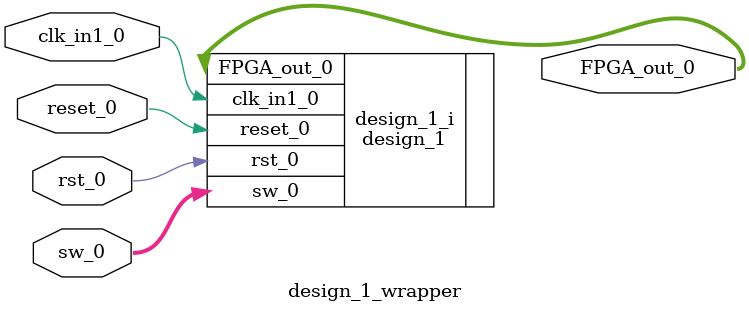
<source format=v>
`timescale 1 ps / 1 ps

module design_1_wrapper
   (FPGA_out_0,
    clk_in1_0,
    reset_0,
    rst_0,
    sw_0);
  output [3:0]FPGA_out_0;
  input clk_in1_0;
  input reset_0;
  input rst_0;
  input [1:0]sw_0;

  wire [3:0]FPGA_out_0;
  wire clk_in1_0;
  wire reset_0;
  wire rst_0;
  wire [1:0]sw_0;

  design_1 design_1_i
       (.FPGA_out_0(FPGA_out_0),
        .clk_in1_0(clk_in1_0),
        .reset_0(reset_0),
        .rst_0(rst_0),
        .sw_0(sw_0));
endmodule

</source>
